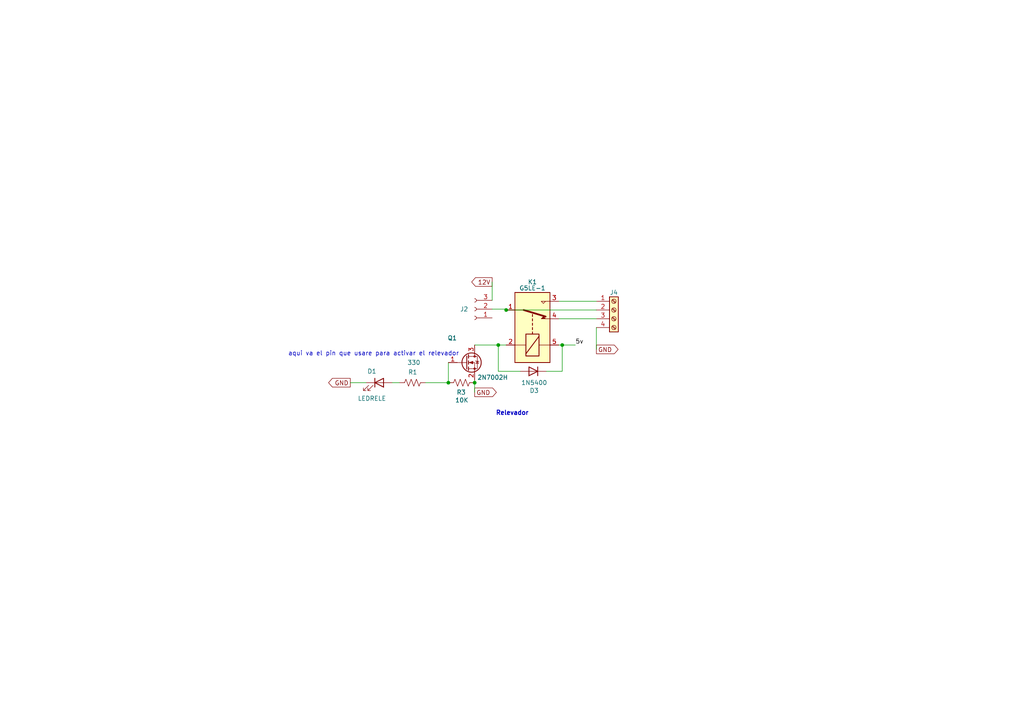
<source format=kicad_sch>
(kicad_sch (version 20230121) (generator eeschema)
  (paper "A4")
  (lib_symbols
    (symbol "Connector:Conn_01x03_Female" (pin_names (offset 1.016) hide)
      (property "Reference" "J" (at 0 5.08 0))
      (property "Value" "Conn_01x03_Female" (at 0 -5.08 0))
      (symbol "Conn_01x03_Female_1_1"
        (arc (start 0 -2.032) (mid -0.5058 -2.54) (end 0 -3.048) (stroke (width 0.1524)))
        (polyline (pts (xy -1.27 -2.54) (xy -0.508 -2.54)) (stroke (width 0.1524)))
        (polyline (pts (xy -1.27 0) (xy -0.508 0)) (stroke (width 0.1524)))
        (polyline (pts (xy -1.27 2.54) (xy -0.508 2.54)) (stroke (width 0.1524)))
        (arc (start 0 0.508) (mid -0.5058 0) (end 0 -0.508) (stroke (width 0.1524)))
        (arc (start 0 3.048) (mid -0.5058 2.54) (end 0 2.032) (stroke (width 0.1524)))
        (pin passive line (at -5.08 2.54 0) (length 3.81) (name "Pin_1") (number "1"))
        (pin passive line (at -5.08 0 0) (length 3.81) (name "Pin_2") (number "2"))
        (pin passive line (at -5.08 -2.54 0) (length 3.81) (name "Pin_3") (number "3"))
      )
    )
    (symbol "Connector:Screw_Terminal_01x04" (pin_names (offset 1.016) hide)
      (property "Reference" "J" (at 0 5.08 0))
      (property "Value" "Screw_Terminal_01x04" (at 0 -7.62 0))
      (symbol "Screw_Terminal_01x04_1_1"
        (rectangle (start -1.27 3.81) (end 1.27 -6.35) (stroke (width 0.254)) (fill (type background)))
        (circle (center 0 -5.08) (radius 0.635) (stroke (width 0.1524)))
        (circle (center 0 -2.54) (radius 0.635) (stroke (width 0.1524)))
        (polyline (pts (xy -0.5334 -4.7498) (xy 0.3302 -5.588)) (stroke (width 0.1524)))
        (polyline (pts (xy -0.5334 -2.2098) (xy 0.3302 -3.048)) (stroke (width 0.1524)))
        (polyline (pts (xy -0.5334 0.3302) (xy 0.3302 -0.508)) (stroke (width 0.1524)))
        (polyline (pts (xy -0.5334 2.8702) (xy 0.3302 2.032)) (stroke (width 0.1524)))
        (polyline (pts (xy -0.3556 -4.572) (xy 0.508 -5.4102)) (stroke (width 0.1524)))
        (polyline (pts (xy -0.3556 -2.032) (xy 0.508 -2.8702)) (stroke (width 0.1524)))
        (polyline (pts (xy -0.3556 0.508) (xy 0.508 -0.3302)) (stroke (width 0.1524)))
        (polyline (pts (xy -0.3556 3.048) (xy 0.508 2.2098)) (stroke (width 0.1524)))
        (circle (center 0 0) (radius 0.635) (stroke (width 0.1524)))
        (circle (center 0 2.54) (radius 0.635) (stroke (width 0.1524)))
        (pin passive line (at -5.08 2.54 0) (length 3.81) (name "Pin_1") (number "1"))
        (pin passive line (at -5.08 0 0) (length 3.81) (name "Pin_2") (number "2"))
        (pin passive line (at -5.08 -2.54 0) (length 3.81) (name "Pin_3") (number "3"))
        (pin passive line (at -5.08 -5.08 0) (length 3.81) (name "Pin_4") (number "4"))
      )
    )
    (symbol "Device:LED" (pin_numbers hide) (pin_names (offset 1.016) hide)
      (property "Reference" "D" (at 0 2.54 0))
      (property "Value" "LED" (at 0 -2.54 0))
      (symbol "LED_0_1"
        (polyline (pts (xy -1.27 -1.27) (xy -1.27 1.27)) (stroke (width 0.254)))
        (polyline (pts (xy -1.27 0) (xy 1.27 0)))
        (polyline (pts (xy 1.27 -1.27) (xy 1.27 1.27) (xy -1.27 0) (xy 1.27 -1.27)) (stroke (width 0.254)))
        (polyline (pts (xy -3.048 -0.762) (xy -4.572 -2.286) (xy -3.81 -2.286) (xy -4.572 -2.286) (xy -4.572 -1.524)))
        (polyline (pts (xy -1.778 -0.762) (xy -3.302 -2.286) (xy -2.54 -2.286) (xy -3.302 -2.286) (xy -3.302 -1.524)))
      )
      (symbol "LED_1_1"
        (pin passive line (at -3.81 0 0) (length 2.54) (name "K") (number "1"))
        (pin passive line (at 3.81 0 180) (length 2.54) (name "A") (number "2"))
      )
    )
    (symbol "Device:R_US" (pin_numbers hide) (pin_names (offset 0))
      (property "Reference" "R" (at 2.54 0 90))
      (property "Value" "R_US" (at -2.54 0 90))
      (symbol "R_US_0_1"
        (polyline (pts (xy 0 -2.286) (xy 0 -2.54)))
        (polyline (pts (xy 0 2.286) (xy 0 2.54)))
        (polyline (pts (xy 0 -0.762) (xy 1.016 -1.143) (xy 0 -1.524) (xy -1.016 -1.905) (xy 0 -2.286)))
        (polyline (pts (xy 0 0.762) (xy 1.016 0.381) (xy 0 0) (xy -1.016 -0.381) (xy 0 -0.762)))
        (polyline (pts (xy 0 2.286) (xy 1.016 1.905) (xy 0 1.524) (xy -1.016 1.143) (xy 0 0.762)))
      )
      (symbol "R_US_1_1"
        (pin passive line (at 0 3.81 270) (length 1.27) (name "~") (number "1"))
        (pin passive line (at 0 -3.81 90) (length 1.27) (name "~") (number "2"))
      )
    )
    (symbol "Diode:1N5400" (pin_numbers hide) (pin_names hide)
      (property "Reference" "D" (at 0 2.54 0))
      (property "Value" "1N5400" (at 0 -2.54 0))
      (symbol "1N5400_0_1"
        (polyline (pts (xy -1.27 1.27) (xy -1.27 -1.27)) (stroke (width 0.254)))
        (polyline (pts (xy 1.27 0) (xy -1.27 0)))
        (polyline (pts (xy 1.27 1.27) (xy 1.27 -1.27) (xy -1.27 0) (xy 1.27 1.27)) (stroke (width 0.254)))
      )
      (symbol "1N5400_1_1"
        (pin passive line (at -3.81 0 0) (length 2.54) (name "K") (number "1"))
        (pin passive line (at 3.81 0 180) (length 2.54) (name "A") (number "2"))
      )
    )
    (symbol "Relay:G5LE-1"
      (property "Reference" "K" (at 11.43 3.81 0))
      (property "Value" "G5LE-1" (at 11.43 1.27 0))
      (symbol "G5LE-1_0_0"
        (polyline (pts (xy 7.62 5.08) (xy 7.62 2.54) (xy 6.985 3.175) (xy 7.62 3.81)))
      )
      (symbol "G5LE-1_0_1"
        (rectangle (start -10.16 5.08) (end 10.16 -5.08) (stroke (width 0.254)) (fill (type background)))
        (rectangle (start -8.255 1.905) (end -1.905 -1.905) (stroke (width 0.254)))
        (polyline (pts (xy -7.62 -1.905) (xy -2.54 1.905)) (stroke (width 0.254)))
        (polyline (pts (xy -5.08 -5.08) (xy -5.08 -1.905)))
        (polyline (pts (xy -5.08 5.08) (xy -5.08 1.905)))
        (polyline (pts (xy -1.905 0) (xy -1.27 0)) (stroke (width 0.254)))
        (polyline (pts (xy -0.635 0) (xy 0 0)) (stroke (width 0.254)))
        (polyline (pts (xy 0.635 0) (xy 1.27 0)) (stroke (width 0.254)))
        (polyline (pts (xy 1.905 0) (xy 2.54 0)) (stroke (width 0.254)))
        (polyline (pts (xy 3.175 0) (xy 3.81 0)) (stroke (width 0.254)))
        (polyline (pts (xy 5.08 -2.54) (xy 3.175 3.81)) (stroke (width 0.508)))
        (polyline (pts (xy 5.08 -2.54) (xy 5.08 -5.08)))
        (polyline (pts (xy 2.54 5.08) (xy 2.54 2.54) (xy 3.175 3.175) (xy 2.54 3.81)) (fill (type outline)))
      )
      (symbol "G5LE-1_1_1"
        (pin passive line (at 5.08 -7.62 90) (length 2.54) (name "~") (number "1"))
        (pin passive line (at -5.08 -7.62 90) (length 2.54) (name "~") (number "2"))
        (pin passive line (at 7.62 7.62 270) (length 2.54) (name "~") (number "3"))
        (pin passive line (at 2.54 7.62 270) (length 2.54) (name "~") (number "4"))
        (pin passive line (at -5.08 7.62 270) (length 2.54) (name "~") (number "5"))
      )
    )
    (symbol "Transistor_FET:2N7002H" (pin_names hide)
      (property "Reference" "Q" (at 5.08 1.905 0))
      (property "Value" "2N7002H" (at 5.08 0 0))
      (symbol "2N7002H_0_1"
        (polyline (pts (xy 0.254 0) (xy -2.54 0)))
        (polyline (pts (xy 0.254 1.905) (xy 0.254 -1.905)) (stroke (width 0.254)))
        (polyline (pts (xy 0.762 -1.27) (xy 0.762 -2.286)) (stroke (width 0.254)))
        (polyline (pts (xy 0.762 0.508) (xy 0.762 -0.508)) (stroke (width 0.254)))
        (polyline (pts (xy 0.762 2.286) (xy 0.762 1.27)) (stroke (width 0.254)))
        (polyline (pts (xy 2.54 2.54) (xy 2.54 1.778)))
        (polyline (pts (xy 2.54 -2.54) (xy 2.54 0) (xy 0.762 0)))
        (polyline (pts (xy 0.762 -1.778) (xy 3.302 -1.778) (xy 3.302 1.778) (xy 0.762 1.778)))
        (polyline (pts (xy 1.016 0) (xy 2.032 0.381) (xy 2.032 -0.381) (xy 1.016 0)) (fill (type outline)))
        (polyline (pts (xy 2.794 0.508) (xy 2.921 0.381) (xy 3.683 0.381) (xy 3.81 0.254)))
        (polyline (pts (xy 3.302 0.381) (xy 2.921 -0.254) (xy 3.683 -0.254) (xy 3.302 0.381)))
        (circle (center 1.651 0) (radius 2.794) (stroke (width 0.254)))
        (circle (center 2.54 -1.778) (radius 0.254) (fill (type outline)))
        (circle (center 2.54 1.778) (radius 0.254) (fill (type outline)))
      )
      (symbol "2N7002H_1_1"
        (pin input line (at -5.08 0 0) (length 2.54) (name "G") (number "1"))
        (pin passive line (at 2.54 -5.08 90) (length 2.54) (name "S") (number "2"))
        (pin passive line (at 2.54 5.08 270) (length 2.54) (name "D") (number "3"))
      )
    )
  )
  (junction (at 137.668 110.998))
  (junction (at 146.812 89.916))
  (junction (at 144.526 100.076))
  (junction (at 130.048 110.998))
  (junction (at 163.068 100.076))
  (wire (pts (xy 101.6 110.998) (xy 106.172 110.998)))
  (wire (pts (xy 163.068 100.076) (xy 162.052 100.076)))
  (wire (pts (xy 137.668 100.076) (xy 144.526 100.076)))
  (wire (pts (xy 163.068 100.076) (xy 163.068 107.696)))
  (wire (pts (xy 146.812 89.916) (xy 172.974 89.916)))
  (wire (pts (xy 144.526 100.076) (xy 146.812 100.076)))
  (wire (pts (xy 146.812 89.662) (xy 146.812 89.916)))
  (wire (pts (xy 172.974 94.996) (xy 172.974 101.346)))
  (wire (pts (xy 137.668 110.236) (xy 137.668 110.998)))
  (wire (pts (xy 113.792 110.998) (xy 115.824 110.998)))
  (wire (pts (xy 142.748 89.662) (xy 146.812 89.662)))
  (wire (pts (xy 137.668 110.998) (xy 137.668 113.792)))
  (wire (pts (xy 144.526 107.696) (xy 150.876 107.696)))
  (wire (pts (xy 158.496 107.696) (xy 163.068 107.696)))
  (wire (pts (xy 162.052 92.456) (xy 172.974 92.456)))
  (wire (pts (xy 162.052 87.376) (xy 172.974 87.376)))
  (wire (pts (xy 130.048 110.998) (xy 130.048 105.156)))
  (wire (pts (xy 123.444 110.998) (xy 130.048 110.998)))
  (wire (pts (xy 142.748 81.788) (xy 142.748 87.122)))
  (wire (pts (xy 163.068 100.076) (xy 166.878 100.076)))
  (wire (pts (xy 144.526 107.696) (xy 144.526 100.076)))
  (text "aqui va el pin que usare para activar el relevador " (at 83.566 103.378 0) (effects (font (size 1.27 1.27)) (justify left bottom)))
  (text "Relevador\n" (at 143.764 120.65 0) (effects (font (size 1.27 1.27) bold) (justify left bottom)))
  (label "5v" (at 166.878 100.076 0))
  (global_label "12V" (shape output) (at 142.748 81.788 180) (property "Intersheetrefs" "${INTERSHEET_REFS}" (effects hide)))
  (global_label "GND" (shape output) (at 101.6 110.998 180) (property "Intersheetrefs" "${INTERSHEET_REFS}" (effects hide)))
  (global_label "GND" (shape output) (at 172.974 101.346 0) (property "Intersheetrefs" "${INTERSHEET_REFS}" (effects hide)))
  (global_label "GND" (shape output) (at 137.668 113.792 0) (property "Intersheetrefs" "${INTERSHEET_REFS}" (effects hide)))
  (symbol (lib_id "Device:R_US") (at 133.858 110.998 90) (unit 1)
    (property "Reference" "R3" (at 135.128 113.792 90) (effects (justify left)))
    (property "Value" "10K" (at 135.89 116.078 90) (effects (justify left)))
    (property "Footprint" "Resistor_SMD:R_0805_2012Metric_Pad1.20x1.40mm_HandSolder" (effects hide))
    (instances (project "SCARAB-V1" (path "" (reference "R3") (unit 1))) (project "ER-PROMEGA-SHIELD" (path "" (reference "R5") (unit 1))))
  )
  (symbol (lib_id "Transistor_FET:2N7002H") (at 135.128 105.156 0) (unit 1)
    (property "Reference" "Q1" (at 129.794 98.044 0) (effects (justify left)))
    (property "Value" "2N7002H" (at 138.43 109.474 0) (effects (justify left)))
    (property "Footprint" "Package_TO_SOT_SMD:SOT-23" (effects hide))
    (property "Datasheet" "http://www.diodes.com/assets/Datasheets/2N7002H.pdf" (effects hide))
  )
  (symbol (lib_id "Relay:G5LE-1") (at 154.432 94.996 270) (mirror x) (unit 1)
    (property "Reference" "K1" (at 154.432 81.788 90))
    (property "Value" "G5LE-1" (at 154.432 83.566 90))
    (property "Footprint" "Relay_THT:Relay_SPDT_Omron-G5LE-1" (effects hide))
    (property "Datasheet" "http://www.omron.com/ecb/products/pdf/en-g5le.pdf" (effects hide))
  )
  (symbol (lib_id "Connector:Screw_Terminal_01x04") (at 178.054 89.916 0) (unit 1)
    (property "Reference" "J4" (at 178.054 84.836 0))
    (property "Value" "Screw_Terminal_01x04" (effects hide))
    (property "Footprint" "Connector_Phoenix_MC:PhoenixContact_MC_1,5_4-G-3.81_1x04_P3.81mm_Horizontal" (effects hide))
    (instances (project "SCARAB-V1" (path "" (reference "J4") (unit 1))) (project "ER-PROMEGA-SHIELD" (path "" (reference "J3") (unit 1))))
  )
  (symbol (lib_id "Device:R_US") (at 119.634 110.998 270) (unit 1)
    (property "Reference" "R1" (at 118.364 107.95 90) (effects (justify left)))
    (property "Value" "330" (at 118.11 105.156 90) (effects (justify left)))
    (property "Footprint" "Resistor_SMD:R_0805_2012Metric_Pad1.20x1.40mm_HandSolder" (effects hide))
    (instances (project "SCARAB-V1" (path "" (reference "R1") (unit 1))) (project "ER-PROMEGA-SHIELD" (path "" (reference "R4") (unit 1))))
  )
  (symbol (lib_id "Connector:Conn_01x03_Female") (at 137.668 89.662 180) (unit 1)
    (property "Reference" "J2" (at 134.62 89.662 0))
    (property "Value" "Conn_01x03_Female" (effects hide))
    (property "Footprint" "Connector_PinHeader_2.54mm:PinHeader_1x03_P2.54mm_Vertical" (effects hide))
  )
  (symbol (lib_id "Device:LED") (at 109.982 110.998 0) (unit 1)
    (property "Reference" "D1" (at 109.22 107.696 0) (effects (justify right)))
    (property "Value" "LEDRELE" (at 112.014 115.57 0) (effects (justify right)))
    (property "Footprint" "LED_SMD:LED_1206_3216Metric_Pad1.42x1.75mm_HandSolder" (effects hide))
    (instances (project "SCARAB-V1" (path "" (reference "D1") (unit 1))) (project "ER-PROMEGA-SHIELD" (path "" (reference "D3") (unit 1))))
  )
  (symbol (lib_id "Diode:1N5400") (at 154.686 107.696 180) (unit 1)
    (property "Reference" "D3" (at 154.94 113.284 0))
    (property "Value" "1N5400" (at 154.94 110.998 0))
    (property "Footprint" "Diode_THT:D_A-405_P7.62mm_Horizontal" (effects hide))
    (property "Datasheet" "http://www.vishay.com/docs/88516/1n5400.pdf" (effects hide))
    (instances (project "SCARAB-V1" (path "" (reference "D3") (unit 1))) (project "ER-PROMEGA-SHIELD" (path "" (reference "D4") (unit 1))))
  )
)
</source>
